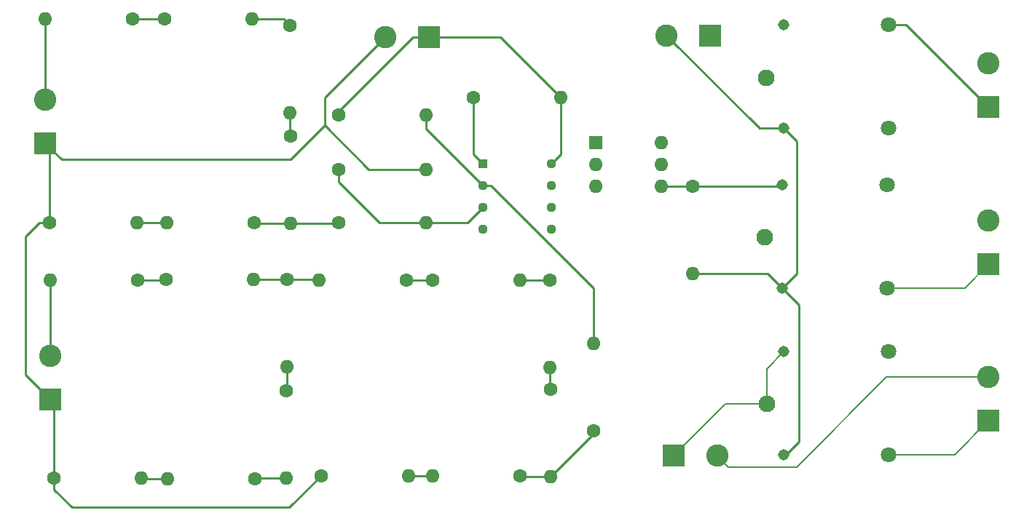
<source format=gbr>
%TF.GenerationSoftware,KiCad,Pcbnew,7.0.5*%
%TF.CreationDate,2023-11-27T09:45:35+05:30*%
%TF.ProjectId,Precharge circuit,50726563-6861-4726-9765-206369726375,rev?*%
%TF.SameCoordinates,Original*%
%TF.FileFunction,Copper,L1,Top*%
%TF.FilePolarity,Positive*%
%FSLAX46Y46*%
G04 Gerber Fmt 4.6, Leading zero omitted, Abs format (unit mm)*
G04 Created by KiCad (PCBNEW 7.0.5) date 2023-11-27 09:45:35*
%MOMM*%
%LPD*%
G01*
G04 APERTURE LIST*
%TA.AperFunction,ComponentPad*%
%ADD10R,1.600000X1.600000*%
%TD*%
%TA.AperFunction,ComponentPad*%
%ADD11O,1.600000X1.600000*%
%TD*%
%TA.AperFunction,ComponentPad*%
%ADD12C,1.600000*%
%TD*%
%TA.AperFunction,ComponentPad*%
%ADD13C,1.800000*%
%TD*%
%TA.AperFunction,ComponentPad*%
%ADD14C,1.308000*%
%TD*%
%TA.AperFunction,ComponentPad*%
%ADD15C,1.950000*%
%TD*%
%TA.AperFunction,ComponentPad*%
%ADD16R,2.600000X2.600000*%
%TD*%
%TA.AperFunction,ComponentPad*%
%ADD17C,2.600000*%
%TD*%
%TA.AperFunction,ComponentPad*%
%ADD18R,1.130000X1.130000*%
%TD*%
%TA.AperFunction,ComponentPad*%
%ADD19C,1.130000*%
%TD*%
%TA.AperFunction,Conductor*%
%ADD20C,0.250000*%
%TD*%
%TA.AperFunction,Conductor*%
%ADD21C,0.200000*%
%TD*%
G04 APERTURE END LIST*
D10*
%TO.P,U2,1*%
%TO.N,Net-(IC1-1OUT)*%
X101356000Y-50992800D03*
D11*
%TO.P,U2,2*%
%TO.N,GND*%
X101356000Y-53532800D03*
%TO.P,U2,3,NC*%
%TO.N,unconnected-(U2-NC-Pad3)*%
X101356000Y-56072800D03*
%TO.P,U2,4*%
%TO.N,rpower*%
X108976000Y-56072800D03*
%TO.P,U2,5*%
%TO.N,VCC*%
X108976000Y-53532800D03*
%TO.P,U2,6*%
%TO.N,unconnected-(U2-Pad6)*%
X108976000Y-50992800D03*
%TD*%
D12*
%TO.P,R25,1*%
%TO.N,+12V*%
X71424800Y-47777400D03*
D11*
%TO.P,R25,2*%
%TO.N,Net-(IC1-1IN-)*%
X81584800Y-47777400D03*
%TD*%
%TO.P,R24,2*%
%TO.N,GND*%
X81584800Y-54127400D03*
D12*
%TO.P,R24,1*%
%TO.N,Net-(IC1-1IN+)*%
X71424800Y-54127400D03*
%TD*%
%TO.P,R23,1*%
%TO.N,Net-(R12-Pad1)*%
X92481400Y-89814400D03*
D11*
%TO.P,R23,2*%
%TO.N,Net-(R19-Pad2)*%
X82321400Y-89814400D03*
%TD*%
D12*
%TO.P,R22,1*%
%TO.N,Net-(R21-Pad2)*%
X96088200Y-79705200D03*
D11*
%TO.P,R22,2*%
%TO.N,Net-(R12-Pad1)*%
X96088200Y-89865200D03*
%TD*%
D12*
%TO.P,R21,1*%
%TO.N,Net-(R20-Pad2)*%
X96012000Y-66979800D03*
D11*
%TO.P,R21,2*%
%TO.N,Net-(R21-Pad2)*%
X96012000Y-77139800D03*
%TD*%
D12*
%TO.P,R20,1*%
%TO.N,Net-(R18-Pad1)*%
X82397600Y-66979800D03*
D11*
%TO.P,R20,2*%
%TO.N,Net-(R20-Pad2)*%
X92557600Y-66979800D03*
%TD*%
D12*
%TO.P,R19,1*%
%TO.N,GND*%
X69367400Y-89763600D03*
D11*
%TO.P,R19,2*%
%TO.N,Net-(R19-Pad2)*%
X79527400Y-89763600D03*
%TD*%
D12*
%TO.P,R18,1*%
%TO.N,Net-(R18-Pad1)*%
X79298800Y-66979800D03*
D11*
%TO.P,R18,2*%
%TO.N,Net-(R10-Pad1)*%
X69138800Y-66979800D03*
%TD*%
D12*
%TO.P,R17,1*%
%TO.N,Net-(R16-Pad2)*%
X61722000Y-90093800D03*
D11*
%TO.P,R17,2*%
%TO.N,Net-(R17-Pad2)*%
X51562000Y-90093800D03*
%TD*%
D12*
%TO.P,R16,1*%
%TO.N,Net-(R10-Pad2)*%
X65379600Y-79908400D03*
D11*
%TO.P,R16,2*%
%TO.N,Net-(R16-Pad2)*%
X65379600Y-90068400D03*
%TD*%
D12*
%TO.P,R14,1*%
%TO.N,rpower*%
X112572800Y-56108600D03*
D11*
%TO.P,R14,2*%
%TO.N,GND1*%
X112572800Y-66268600D03*
%TD*%
D12*
%TO.P,R13,1*%
%TO.N,Net-(IC1-1OUT)*%
X87096600Y-45770800D03*
D11*
%TO.P,R13,2*%
%TO.N,+12V*%
X97256600Y-45770800D03*
%TD*%
%TO.P,R12,2*%
%TO.N,Net-(IC1-1IN-)*%
X101066600Y-74345800D03*
D12*
%TO.P,R12,1*%
%TO.N,Net-(R12-Pad1)*%
X101066600Y-84505800D03*
%TD*%
%TO.P,R11,1*%
%TO.N,Net-(R11-Pad1)*%
X71475600Y-60350400D03*
D11*
%TO.P,R11,2*%
%TO.N,Net-(IC1-1IN+)*%
X81635600Y-60350400D03*
%TD*%
D12*
%TO.P,R10,1*%
%TO.N,Net-(R10-Pad1)*%
X65405000Y-66954400D03*
D11*
%TO.P,R10,2*%
%TO.N,Net-(R10-Pad2)*%
X65405000Y-77114400D03*
%TD*%
D12*
%TO.P,R9,1*%
%TO.N,Net-(R7-Pad1)*%
X51358800Y-66929000D03*
D11*
%TO.P,R9,2*%
%TO.N,Net-(R10-Pad1)*%
X61518800Y-66929000D03*
%TD*%
D12*
%TO.P,R8,1*%
%TO.N,GND*%
X38328600Y-90017600D03*
D11*
%TO.P,R8,2*%
%TO.N,Net-(R17-Pad2)*%
X48488600Y-90017600D03*
%TD*%
D12*
%TO.P,R7,1*%
%TO.N,Net-(R7-Pad1)*%
X48082200Y-66979800D03*
D11*
%TO.P,R7,2*%
%TO.N,Net-(J3-Pin_2)*%
X37922200Y-66979800D03*
%TD*%
D12*
%TO.P,R6,1*%
%TO.N,GND*%
X37795200Y-60350400D03*
D11*
%TO.P,R6,2*%
%TO.N,Net-(R5-Pad2)*%
X47955200Y-60350400D03*
%TD*%
D12*
%TO.P,R5,1*%
%TO.N,Net-(R11-Pad1)*%
X61595000Y-60350400D03*
D11*
%TO.P,R5,2*%
%TO.N,Net-(R5-Pad2)*%
X51435000Y-60350400D03*
%TD*%
D12*
%TO.P,R4,1*%
%TO.N,Net-(R3-Pad2)*%
X65862200Y-50215800D03*
D11*
%TO.P,R4,2*%
%TO.N,Net-(R11-Pad1)*%
X65862200Y-60375800D03*
%TD*%
%TO.P,R3,2*%
%TO.N,Net-(R3-Pad2)*%
X65786000Y-47523400D03*
D12*
%TO.P,R3,1*%
%TO.N,Net-(R2-Pad2)*%
X65786000Y-37363400D03*
%TD*%
D11*
%TO.P,R2,2*%
%TO.N,Net-(R2-Pad2)*%
X61341000Y-36652200D03*
D12*
%TO.P,R2,1*%
%TO.N,Net-(R1-Pad1)*%
X51181000Y-36652200D03*
%TD*%
D11*
%TO.P,R1,2*%
%TO.N,Net-(J1-Pin_2)*%
X37338000Y-36626800D03*
D12*
%TO.P,R1,1*%
%TO.N,Net-(R1-Pad1)*%
X47498000Y-36626800D03*
%TD*%
D13*
%TO.P,K3,NO*%
%TO.N,AIR-*%
X135390500Y-87305400D03*
D14*
%TO.P,K3,COIL1*%
%TO.N,SDC+*%
X123190500Y-75305400D03*
D15*
%TO.P,K3,COM*%
X121190500Y-81425400D03*
D13*
%TO.P,K3,NC*%
%TO.N,unconnected-(K3-PadNC)*%
X135390500Y-75305400D03*
D14*
%TO.P,K3,COIL2*%
%TO.N,GND1*%
X123190500Y-87305400D03*
%TD*%
D13*
%TO.P,K2,NO*%
%TO.N,AIR+*%
X135187300Y-67925200D03*
D14*
%TO.P,K2,COIL1*%
%TO.N,rpower*%
X122987300Y-55925200D03*
D15*
%TO.P,K2,COM*%
%TO.N,SDC+*%
X120987300Y-62045200D03*
D13*
%TO.P,K2,NC*%
%TO.N,unconnected-(K2-PadNC)*%
X135187300Y-55925200D03*
D14*
%TO.P,K2,COIL2*%
%TO.N,GND1*%
X122987300Y-67925200D03*
%TD*%
D13*
%TO.P,K1,NO*%
%TO.N,unconnected-(K1-PadNO)*%
X135339700Y-49332400D03*
D14*
%TO.P,K1,COIL1*%
%TO.N,rpower*%
X123139700Y-37332400D03*
D15*
%TO.P,K1,COM*%
%TO.N,SDC+*%
X121139700Y-43452400D03*
D13*
%TO.P,K1,NC*%
%TO.N,precharge*%
X135339700Y-37332400D03*
D14*
%TO.P,K1,COIL2*%
%TO.N,GND1*%
X123139700Y-49332400D03*
%TD*%
D16*
%TO.P,J8,1,Pin_1*%
%TO.N,+12V*%
X81915000Y-38709600D03*
D17*
%TO.P,J8,2,Pin_2*%
%TO.N,GND*%
X76835000Y-38709600D03*
%TD*%
D16*
%TO.P,J7,1,Pin_1*%
%TO.N,AIR-*%
X146989800Y-83362800D03*
D17*
%TO.P,J7,2,Pin_2*%
%TO.N,SDC-*%
X146989800Y-78282800D03*
%TD*%
D16*
%TO.P,J6,1,Pin_1*%
%TO.N,precharge*%
X146964400Y-46888400D03*
D17*
%TO.P,J6,2,Pin_2*%
%TO.N,SDC-*%
X146964400Y-41808400D03*
%TD*%
D16*
%TO.P,J5,1,Pin_1*%
%TO.N,AIR+*%
X146989800Y-65151000D03*
D17*
%TO.P,J5,2,Pin_2*%
%TO.N,SDC-*%
X146989800Y-60071000D03*
%TD*%
%TO.P,J4,2,Pin_2*%
%TO.N,SDC-*%
X115463400Y-87452400D03*
D16*
%TO.P,J4,1,Pin_1*%
%TO.N,SDC+*%
X110383400Y-87452400D03*
%TD*%
%TO.P,J3,1,Pin_1*%
%TO.N,GND*%
X37922400Y-80904000D03*
D17*
%TO.P,J3,2,Pin_2*%
%TO.N,Net-(J3-Pin_2)*%
X37922400Y-75824000D03*
%TD*%
D16*
%TO.P,J2,1,Pin_1*%
%TO.N,VCC*%
X114655600Y-38531800D03*
D17*
%TO.P,J2,2,Pin_2*%
%TO.N,GND1*%
X109575600Y-38531800D03*
%TD*%
%TO.P,J1,2,Pin_2*%
%TO.N,Net-(J1-Pin_2)*%
X37338200Y-46029800D03*
D16*
%TO.P,J1,1,Pin_1*%
%TO.N,GND*%
X37338200Y-51109800D03*
%TD*%
D18*
%TO.P,IC1,1,1OUT*%
%TO.N,Net-(IC1-1OUT)*%
X88206600Y-53467000D03*
D19*
%TO.P,IC1,2,1IN-*%
%TO.N,Net-(IC1-1IN-)*%
X88206600Y-56007000D03*
%TO.P,IC1,3,1IN+*%
%TO.N,Net-(IC1-1IN+)*%
X88206600Y-58547000D03*
%TO.P,IC1,4,GND*%
%TO.N,GND*%
X88206600Y-61087000D03*
%TO.P,IC1,5,2IN+*%
%TO.N,unconnected-(IC1-2IN+-Pad5)*%
X96146600Y-61087000D03*
%TO.P,IC1,6,2IN-*%
%TO.N,unconnected-(IC1-2IN--Pad6)*%
X96146600Y-58547000D03*
%TO.P,IC1,7,2OUT*%
%TO.N,unconnected-(IC1-2OUT-Pad7)*%
X96146600Y-56007000D03*
%TO.P,IC1,8,VCC*%
%TO.N,+12V*%
X96146600Y-53467000D03*
%TD*%
D20*
%TO.N,precharge*%
X135339700Y-37332400D02*
X137408400Y-37332400D01*
X137408400Y-37332400D02*
X146964400Y-46888400D01*
D21*
%TO.N,AIR+*%
X144215600Y-67925200D02*
X146989800Y-65151000D01*
X135187300Y-67925200D02*
X144215600Y-67925200D01*
%TO.N,SDC-*%
X116763400Y-88752400D02*
X115463400Y-87452400D01*
X135128000Y-78282800D02*
X124658400Y-88752400D01*
X146989800Y-78282800D02*
X135128000Y-78282800D01*
X124658400Y-88752400D02*
X116763400Y-88752400D01*
D20*
%TO.N,GND1*%
X121330700Y-66268600D02*
X122987300Y-67925200D01*
X112572800Y-66268600D02*
X121330700Y-66268600D01*
%TO.N,rpower*%
X122803900Y-56108600D02*
X122987300Y-55925200D01*
X112572800Y-56108600D02*
X122803900Y-56108600D01*
D21*
%TO.N,AIR-*%
X143047200Y-87305400D02*
X146989800Y-83362800D01*
X135390500Y-87305400D02*
X143047200Y-87305400D01*
D20*
%TO.N,GND1*%
X123615500Y-87129360D02*
X123491020Y-87004880D01*
X124942600Y-85802260D02*
X123615500Y-87129360D01*
X124942600Y-69880500D02*
X124942600Y-85802260D01*
X122987300Y-67925200D02*
X124942600Y-69880500D01*
X124688600Y-66223900D02*
X122987300Y-67925200D01*
X124688600Y-50881300D02*
X124688600Y-66223900D01*
X123139700Y-49332400D02*
X124688600Y-50881300D01*
X120376200Y-49332400D02*
X123139700Y-49332400D01*
X109575600Y-38531800D02*
X120376200Y-49332400D01*
%TO.N,Net-(IC1-1IN-)*%
X101066600Y-67970400D02*
X101066600Y-74345800D01*
X89103200Y-56007000D02*
X101066600Y-67970400D01*
X88206600Y-56007000D02*
X89103200Y-56007000D01*
%TO.N,rpower*%
X112537000Y-56072800D02*
X112572800Y-56108600D01*
X108976000Y-56072800D02*
X112537000Y-56072800D01*
D21*
%TO.N,GND1*%
X123043500Y-87452400D02*
X123190500Y-87305400D01*
%TO.N,SDC+*%
X121190500Y-77305400D02*
X123190500Y-75305400D01*
X121190500Y-81425400D02*
X121190500Y-77305400D01*
X116410400Y-81425400D02*
X121190500Y-81425400D01*
X110383400Y-87452400D02*
X116410400Y-81425400D01*
D20*
%TO.N,GND*%
X65818800Y-53002400D02*
X69799200Y-49022000D01*
X39230800Y-53002400D02*
X65818800Y-53002400D01*
X37338200Y-51109800D02*
X39230800Y-53002400D01*
X74904600Y-54127400D02*
X81584800Y-54127400D01*
X69799200Y-45745400D02*
X69799200Y-49022000D01*
X69799200Y-49022000D02*
X74904600Y-54127400D01*
X76835000Y-38709600D02*
X69799200Y-45745400D01*
%TO.N,Net-(IC1-1IN+)*%
X86403200Y-60350400D02*
X88206600Y-58547000D01*
X81635600Y-60350400D02*
X86403200Y-60350400D01*
%TO.N,Net-(IC1-1IN-)*%
X81584800Y-49385200D02*
X88206600Y-56007000D01*
X81584800Y-47777400D02*
X81584800Y-49385200D01*
%TO.N,Net-(IC1-1OUT)*%
X87096600Y-52357000D02*
X88206600Y-53467000D01*
X87096600Y-45770800D02*
X87096600Y-52357000D01*
%TO.N,+12V*%
X97256600Y-52357000D02*
X96146600Y-53467000D01*
X97256600Y-45770800D02*
X97256600Y-52357000D01*
X90195400Y-38709600D02*
X97256600Y-45770800D01*
X81915000Y-38709600D02*
X90195400Y-38709600D01*
X81915000Y-38709600D02*
X80086200Y-38709600D01*
X80086200Y-38709600D02*
X71424800Y-47371000D01*
X71424800Y-47371000D02*
X71424800Y-47777400D01*
%TO.N,Net-(IC1-1IN+)*%
X71424800Y-55626000D02*
X71424800Y-54127400D01*
X76149200Y-60350400D02*
X71424800Y-55626000D01*
X81635600Y-60350400D02*
X76149200Y-60350400D01*
%TO.N,Net-(R12-Pad1)*%
X96088200Y-89865200D02*
X101066600Y-84886800D01*
X101066600Y-84886800D02*
X101066600Y-84505800D01*
%TO.N,GND*%
X35026600Y-61950600D02*
X35026600Y-78008200D01*
X35026600Y-78008200D02*
X37922400Y-80904000D01*
X36626800Y-60350400D02*
X35026600Y-61950600D01*
X37795200Y-60350400D02*
X36626800Y-60350400D01*
X38328600Y-81310200D02*
X37922400Y-80904000D01*
X38328600Y-90017600D02*
X38328600Y-81310200D01*
%TO.N,Net-(R17-Pad2)*%
X48564800Y-90093800D02*
X48488600Y-90017600D01*
X51562000Y-90093800D02*
X48564800Y-90093800D01*
%TO.N,Net-(R16-Pad2)*%
X61747400Y-90068400D02*
X61722000Y-90093800D01*
X65379600Y-90068400D02*
X61747400Y-90068400D01*
%TO.N,Net-(R10-Pad2)*%
X65405000Y-77114400D02*
X65405000Y-79883000D01*
X65405000Y-79883000D02*
X65379600Y-79908400D01*
%TO.N,GND*%
X40411400Y-93472000D02*
X65659000Y-93472000D01*
X38328600Y-91389200D02*
X40411400Y-93472000D01*
X38328600Y-90017600D02*
X38328600Y-91389200D01*
X65659000Y-93472000D02*
X69367400Y-89763600D01*
%TO.N,Net-(R19-Pad2)*%
X79578200Y-89814400D02*
X79527400Y-89763600D01*
X82321400Y-89814400D02*
X79578200Y-89814400D01*
%TO.N,Net-(R12-Pad1)*%
X96088200Y-89865200D02*
X92532200Y-89865200D01*
X92532200Y-89865200D02*
X92481400Y-89814400D01*
%TO.N,Net-(R21-Pad2)*%
X96012000Y-79629000D02*
X96088200Y-79705200D01*
X96012000Y-77139800D02*
X96012000Y-79629000D01*
%TO.N,Net-(R20-Pad2)*%
X92557600Y-66979800D02*
X96012000Y-66979800D01*
%TO.N,Net-(R18-Pad1)*%
X79298800Y-66979800D02*
X82397600Y-66979800D01*
%TO.N,Net-(R10-Pad1)*%
X69113400Y-66954400D02*
X69138800Y-66979800D01*
X65405000Y-66954400D02*
X69113400Y-66954400D01*
X65379600Y-66929000D02*
X65405000Y-66954400D01*
X61518800Y-66929000D02*
X65379600Y-66929000D01*
%TO.N,Net-(R7-Pad1)*%
X51308000Y-66979800D02*
X51358800Y-66929000D01*
X48082200Y-66979800D02*
X51308000Y-66979800D01*
%TO.N,Net-(J3-Pin_2)*%
X37922200Y-75823800D02*
X37922400Y-75824000D01*
X37922200Y-66979800D02*
X37922200Y-75823800D01*
%TO.N,GND*%
X37795200Y-51566800D02*
X37338200Y-51109800D01*
X37795200Y-60350400D02*
X37795200Y-51566800D01*
%TO.N,Net-(R5-Pad2)*%
X51435000Y-60350400D02*
X47955200Y-60350400D01*
%TO.N,Net-(R11-Pad1)*%
X71450200Y-60375800D02*
X71475600Y-60350400D01*
X65862200Y-60375800D02*
X71450200Y-60375800D01*
X61620400Y-60375800D02*
X61595000Y-60350400D01*
X65862200Y-60375800D02*
X61620400Y-60375800D01*
%TO.N,Net-(R3-Pad2)*%
X65786000Y-50139600D02*
X65862200Y-50215800D01*
X65786000Y-47523400D02*
X65786000Y-50139600D01*
%TO.N,Net-(R2-Pad2)*%
X65074800Y-36652200D02*
X65786000Y-37363400D01*
X61341000Y-36652200D02*
X65074800Y-36652200D01*
%TO.N,Net-(R1-Pad1)*%
X51155600Y-36626800D02*
X51181000Y-36652200D01*
X47498000Y-36626800D02*
X51155600Y-36626800D01*
%TO.N,Net-(J1-Pin_2)*%
X37338200Y-46029800D02*
X37338200Y-36627000D01*
X37338200Y-36627000D02*
X37338000Y-36626800D01*
%TD*%
M02*

</source>
